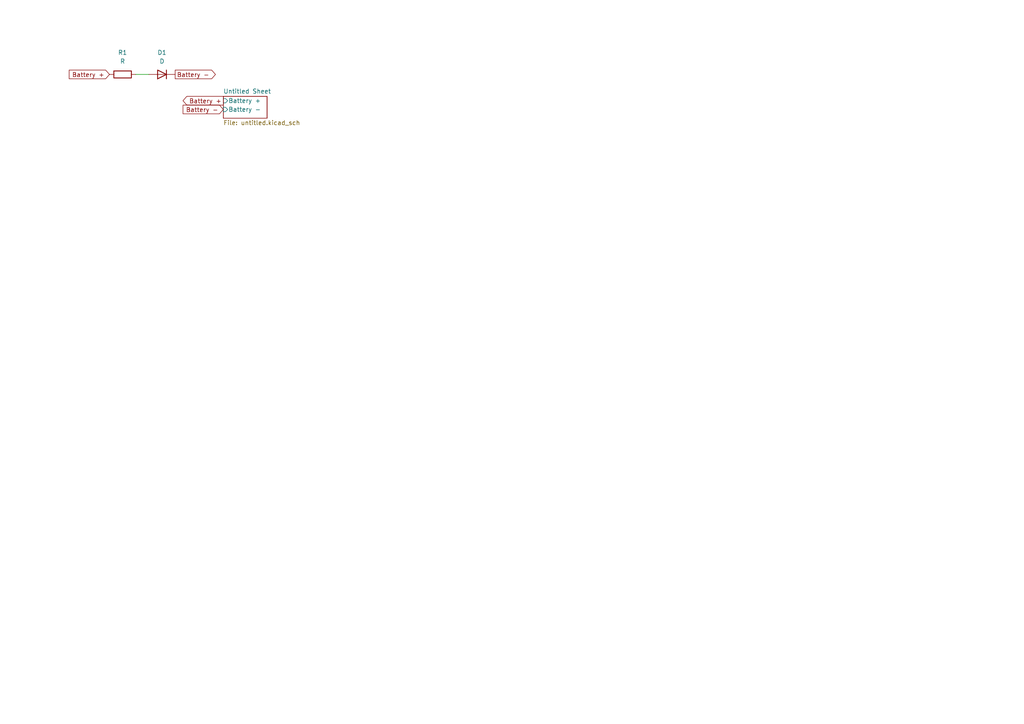
<source format=kicad_sch>
(kicad_sch (version 20231120) (generator "eeschema") (generator_version "8.0")
  (paper "A4")
  (title_block (title "Demo LED Board") (date "2024-10-07") (rev "0.0"))
  (lib_symbols
    (symbol "Device:D" (pin_numbers hide) (pin_names (offset 1.016) hide)
      (property "Reference" "D" (at 0 2.54 0))
      (property "Value" "D" (at 0 -2.54 0))
      (symbol "D_0_1"
        (polyline (pts (xy -1.27 1.27) (xy -1.27 -1.27)) (stroke (width 0.254)))
        (polyline (pts (xy 1.27 0) (xy -1.27 0)))
        (polyline (pts (xy 1.27 1.27) (xy 1.27 -1.27) (xy -1.27 0) (xy 1.27 1.27)) (stroke (width 0.254)))
      )
      (symbol "D_1_1"
        (pin passive line (at -3.81 0 0) (length 2.54) (name "K") (number "1"))
        (pin passive line (at 3.81 0 180) (length 2.54) (name "A") (number "2"))
      )
    )
    (symbol "Device:R" (pin_numbers hide) (pin_names (offset 0))
      (property "Reference" "R" (at 2.032 0 90))
      (property "Value" "R" (at 0 0 90))
      (symbol "R_0_1"
        (rectangle (start -1.016 -2.54) (end 1.016 2.54) (stroke (width 0.254)))
      )
      (symbol "R_1_1"
        (pin passive line (at 0 3.81 270) (length 1.27) (name "~") (number "1"))
        (pin passive line (at 0 -3.81 90) (length 1.27) (name "~") (number "2"))
      )
    )
  )
  (wire (pts (xy 39.37 21.59) (xy 43.18 21.59)))
  (global_label "Battery -" (shape output) (at 50.8 21.59 0) (property "Intersheetrefs" "${INTERSHEET_REFS}" (effects (hide yes))))
  (global_label "Battery -" (shape input) (at 64.77 31.75 180) (property "Intersheetrefs" "${INTERSHEET_REFS}" (effects (hide yes))))
  (global_label "Battery +" (shape output) (at 64.77 29.21 180) (property "Intersheetrefs" "${INTERSHEET_REFS}" (effects (hide yes))))
  (global_label "Battery +" (shape input) (at 31.75 21.59 180) (property "Intersheetrefs" "${INTERSHEET_REFS}" (effects (hide yes))))
  (symbol (lib_id "Device:R") (at 35.56 21.59 90) (unit 1)
    (property "Reference" "R1" (at 35.56 15.24 90))
    (property "Value" "R" (at 35.56 17.78 90))
    (property "Footprint" "Resistor_SMD:R_0805_2012Metric_Pad1.20x1.40mm_HandSolder" (effects (hide yes)))
    (property "Description" "Resistor" (effects (hide yes)))
  )
  (symbol (lib_id "Device:D") (at 46.99 21.59 180) (unit 1)
    (property "Reference" "D1" (at 46.99 15.24 0))
    (property "Value" "D" (at 46.99 17.78 0))
    (property "Footprint" "Diode_SMD:D_0805_2012Metric_Pad1.15x1.40mm_HandSolder" (effects (hide yes)))
    (property "Description" "Diode" (effects (hide yes)))
    (property "Sim.Device" "D" (effects (hide yes)))
    (property "Sim.Pins" "1=K 2=A" (effects (hide yes)))
  )
  (sheet (at 64.77 27.94) (size 12.7 6.35) (stroke (width 0.1524))
    (property "Sheetname" "Untitled Sheet" (at 64.77 27.2284 0) (effects (justify left bottom)))
    (property "Sheetfile" "untitled.kicad_sch" (at 64.77 34.8746 0) (effects (justify left top)))
    (pin "Battery +" input (at 64.77 29.21 180))
    (pin "Battery -" input (at 64.77 31.75 180))
  )
)
</source>
